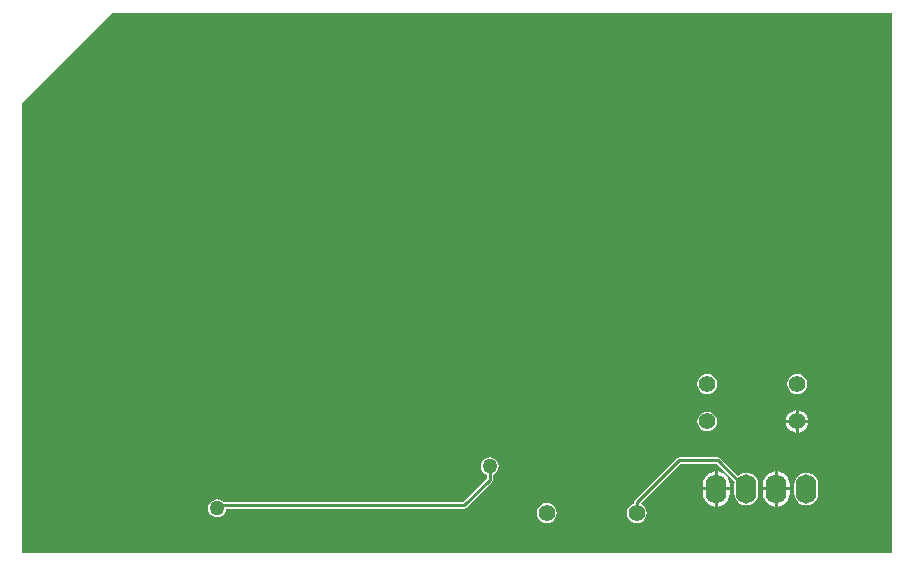
<source format=gbl>
G04*
G04 #@! TF.GenerationSoftware,Altium Limited,Altium Designer,18.0.9 (584)*
G04*
G04 Layer_Physical_Order=2*
G04 Layer_Color=16711680*
%FSLAX25Y25*%
%MOIN*%
G70*
G01*
G75*
%ADD13C,0.01000*%
%ADD34O,0.06890X0.09843*%
%ADD35C,0.05512*%
%ADD36C,0.05000*%
G36*
X490000Y300000D02*
X200000D01*
Y450000D01*
X230000Y480000D01*
X490000D01*
Y300000D01*
D02*
G37*
%LPC*%
G36*
X458500Y359784D02*
X457650Y359672D01*
X456858Y359344D01*
X456178Y358822D01*
X455656Y358142D01*
X455328Y357350D01*
X455216Y356500D01*
X455328Y355650D01*
X455656Y354858D01*
X456178Y354178D01*
X456858Y353656D01*
X457650Y353328D01*
X458500Y353216D01*
X459350Y353328D01*
X460142Y353656D01*
X460822Y354178D01*
X461344Y354858D01*
X461672Y355650D01*
X461784Y356500D01*
X461672Y357350D01*
X461344Y358142D01*
X460822Y358822D01*
X460142Y359344D01*
X459350Y359672D01*
X458500Y359784D01*
D02*
G37*
G36*
X428500D02*
X427650Y359672D01*
X426858Y359344D01*
X426178Y358822D01*
X425656Y358142D01*
X425328Y357350D01*
X425216Y356500D01*
X425328Y355650D01*
X425656Y354858D01*
X426178Y354178D01*
X426858Y353656D01*
X427650Y353328D01*
X428500Y353216D01*
X429350Y353328D01*
X430142Y353656D01*
X430822Y354178D01*
X431344Y354858D01*
X431672Y355650D01*
X431784Y356500D01*
X431672Y357350D01*
X431344Y358142D01*
X430822Y358822D01*
X430142Y359344D01*
X429350Y359672D01*
X428500Y359784D01*
D02*
G37*
G36*
X459000Y347723D02*
Y344500D01*
X462222D01*
X462159Y344981D01*
X461781Y345894D01*
X461179Y346679D01*
X460394Y347281D01*
X459480Y347659D01*
X459000Y347723D01*
D02*
G37*
G36*
X458000D02*
X457519Y347659D01*
X456606Y347281D01*
X455821Y346679D01*
X455219Y345894D01*
X454841Y344981D01*
X454777Y344500D01*
X458000D01*
Y347723D01*
D02*
G37*
G36*
X428500Y347284D02*
X427650Y347172D01*
X426858Y346844D01*
X426178Y346322D01*
X425656Y345642D01*
X425328Y344850D01*
X425216Y344000D01*
X425328Y343150D01*
X425656Y342358D01*
X426178Y341678D01*
X426858Y341156D01*
X427650Y340828D01*
X428500Y340716D01*
X429350Y340828D01*
X430142Y341156D01*
X430822Y341678D01*
X431344Y342358D01*
X431672Y343150D01*
X431784Y344000D01*
X431672Y344850D01*
X431344Y345642D01*
X430822Y346322D01*
X430142Y346844D01*
X429350Y347172D01*
X428500Y347284D01*
D02*
G37*
G36*
X462222Y343500D02*
X459000D01*
Y340278D01*
X459480Y340341D01*
X460394Y340719D01*
X461179Y341321D01*
X461781Y342106D01*
X462159Y343020D01*
X462222Y343500D01*
D02*
G37*
G36*
X458000D02*
X454777D01*
X454841Y343020D01*
X455219Y342106D01*
X455821Y341321D01*
X456606Y340719D01*
X457519Y340341D01*
X458000Y340278D01*
Y343500D01*
D02*
G37*
G36*
X452000Y327394D02*
Y322000D01*
X455983D01*
Y322976D01*
X455830Y324137D01*
X455383Y325218D01*
X454670Y326147D01*
X453742Y326859D01*
X452660Y327307D01*
X452000Y327394D01*
D02*
G37*
G36*
X432000D02*
Y322000D01*
X435983D01*
Y322976D01*
X435830Y324137D01*
X435383Y325218D01*
X434670Y326147D01*
X433742Y326859D01*
X432660Y327307D01*
X432000Y327394D01*
D02*
G37*
G36*
X451000Y327394D02*
X450340Y327307D01*
X449258Y326859D01*
X448330Y326147D01*
X447617Y325218D01*
X447169Y324137D01*
X447017Y322976D01*
Y322000D01*
X451000D01*
Y327394D01*
D02*
G37*
G36*
X431000D02*
X430340Y327307D01*
X429258Y326859D01*
X428330Y326147D01*
X427617Y325218D01*
X427170Y324137D01*
X427017Y322976D01*
Y322000D01*
X431000D01*
Y327394D01*
D02*
G37*
G36*
X355941Y332026D02*
X355158Y331923D01*
X354428Y331621D01*
X353801Y331140D01*
X353320Y330513D01*
X353018Y329783D01*
X352915Y329000D01*
X353018Y328217D01*
X353320Y327487D01*
X353801Y326860D01*
X354428Y326379D01*
X354921Y326175D01*
Y324922D01*
X347019Y317020D01*
X267424D01*
X267304Y317175D01*
X266677Y317656D01*
X265948Y317958D01*
X265165Y318061D01*
X264381Y317958D01*
X263652Y317656D01*
X263025Y317175D01*
X262544Y316548D01*
X262242Y315819D01*
X262139Y315035D01*
X262242Y314252D01*
X262544Y313523D01*
X263025Y312896D01*
X263652Y312415D01*
X264381Y312113D01*
X265165Y312010D01*
X265948Y312113D01*
X266677Y312415D01*
X267304Y312896D01*
X267785Y313523D01*
X268087Y314252D01*
X268183Y314980D01*
X347441D01*
X347831Y315058D01*
X348162Y315279D01*
X356662Y323779D01*
X356883Y324110D01*
X356961Y324500D01*
Y326175D01*
X357454Y326379D01*
X358081Y326860D01*
X358561Y327487D01*
X358864Y328217D01*
X358967Y329000D01*
X358864Y329783D01*
X358561Y330513D01*
X358081Y331140D01*
X357454Y331621D01*
X356724Y331923D01*
X355941Y332026D01*
D02*
G37*
G36*
X461500Y326955D02*
X460470Y326820D01*
X459511Y326422D01*
X458686Y325790D01*
X458054Y324966D01*
X457657Y324006D01*
X457521Y322976D01*
Y320024D01*
X457657Y318994D01*
X458054Y318034D01*
X458686Y317210D01*
X459511Y316578D01*
X460470Y316180D01*
X461500Y316045D01*
X462530Y316180D01*
X463489Y316578D01*
X464314Y317210D01*
X464946Y318034D01*
X465343Y318994D01*
X465479Y320024D01*
Y322976D01*
X465343Y324006D01*
X464946Y324966D01*
X464314Y325790D01*
X463489Y326422D01*
X462530Y326820D01*
X461500Y326955D01*
D02*
G37*
G36*
X432000Y332020D02*
X419000D01*
X418610Y331942D01*
X418279Y331721D01*
X404279Y317721D01*
X404058Y317390D01*
X403980Y317000D01*
Y316602D01*
X403358Y316344D01*
X402678Y315822D01*
X402156Y315142D01*
X401828Y314350D01*
X401716Y313500D01*
X401828Y312650D01*
X402156Y311858D01*
X402678Y311178D01*
X403358Y310656D01*
X404150Y310328D01*
X405000Y310216D01*
X405850Y310328D01*
X406642Y310656D01*
X407322Y311178D01*
X407844Y311858D01*
X408172Y312650D01*
X408284Y313500D01*
X408172Y314350D01*
X407844Y315142D01*
X407322Y315822D01*
X406642Y316344D01*
X406452Y316423D01*
X406355Y316913D01*
X419422Y329980D01*
X431578D01*
X437644Y323914D01*
X437521Y322976D01*
Y320024D01*
X437657Y318994D01*
X438054Y318034D01*
X438687Y317210D01*
X439510Y316578D01*
X440470Y316180D01*
X441500Y316045D01*
X442530Y316180D01*
X443490Y316578D01*
X444313Y317210D01*
X444946Y318034D01*
X445343Y318994D01*
X445479Y320024D01*
Y322976D01*
X445343Y324006D01*
X444946Y324966D01*
X444313Y325790D01*
X443490Y326422D01*
X442530Y326820D01*
X441500Y326955D01*
X440470Y326820D01*
X439510Y326422D01*
X438687Y325790D01*
X438654Y325788D01*
X432721Y331721D01*
X432390Y331942D01*
X432000Y332020D01*
D02*
G37*
G36*
X455983Y321000D02*
X452000D01*
Y315606D01*
X452660Y315693D01*
X453742Y316141D01*
X454670Y316853D01*
X455383Y317782D01*
X455830Y318863D01*
X455983Y320024D01*
Y321000D01*
D02*
G37*
G36*
X435983D02*
X432000D01*
Y315606D01*
X432660Y315693D01*
X433742Y316141D01*
X434670Y316853D01*
X435383Y317782D01*
X435830Y318863D01*
X435983Y320024D01*
Y321000D01*
D02*
G37*
G36*
X451000D02*
X447017D01*
Y320024D01*
X447169Y318863D01*
X447617Y317782D01*
X448330Y316853D01*
X449258Y316141D01*
X450340Y315693D01*
X451000Y315606D01*
Y321000D01*
D02*
G37*
G36*
X431000D02*
X427017D01*
Y320024D01*
X427170Y318863D01*
X427617Y317782D01*
X428330Y316853D01*
X429258Y316141D01*
X430340Y315693D01*
X431000Y315606D01*
Y321000D01*
D02*
G37*
G36*
X375000Y316784D02*
X374150Y316672D01*
X373358Y316344D01*
X372678Y315822D01*
X372156Y315142D01*
X371828Y314350D01*
X371716Y313500D01*
X371828Y312650D01*
X372156Y311858D01*
X372678Y311178D01*
X373358Y310656D01*
X374150Y310328D01*
X375000Y310216D01*
X375850Y310328D01*
X376642Y310656D01*
X377322Y311178D01*
X377844Y311858D01*
X378172Y312650D01*
X378284Y313500D01*
X378172Y314350D01*
X377844Y315142D01*
X377322Y315822D01*
X376642Y316344D01*
X375850Y316672D01*
X375000Y316784D01*
D02*
G37*
%LPD*%
D13*
X405000Y313500D02*
Y317000D01*
X419000Y331000D01*
X432000D01*
X441500Y321500D01*
X355941Y324500D02*
Y329000D01*
X347441Y316000D02*
X355941Y324500D01*
X266129Y316000D02*
X347441D01*
X265165Y315035D02*
X266129Y316000D01*
D34*
X431500Y321500D02*
D03*
X461500D02*
D03*
X451500D02*
D03*
X441500D02*
D03*
D35*
X405000Y313500D02*
D03*
X375000D02*
D03*
X428500Y356500D02*
D03*
X458500D02*
D03*
X428500Y344000D02*
D03*
X458500D02*
D03*
D36*
X355941Y329000D02*
D03*
X265165Y315035D02*
D03*
M02*

</source>
